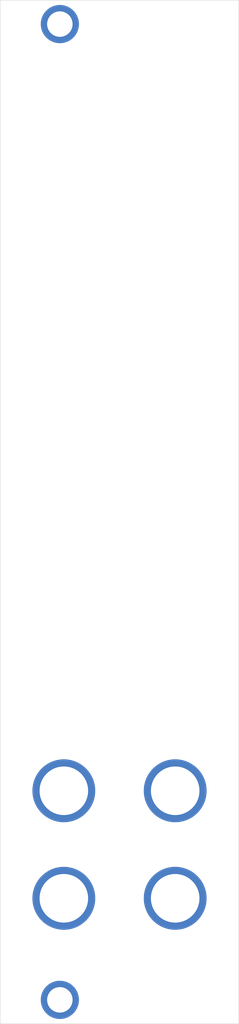
<source format=kicad_pcb>
(kicad_pcb (version 20171130) (host pcbnew "(5.1.10)-1")

  (general
    (thickness 1.6)
    (drawings 4)
    (tracks 0)
    (zones 0)
    (modules 9)
    (nets 1)
  )

  (page A4)
  (layers
    (0 F.Cu signal)
    (31 B.Cu signal)
    (32 B.Adhes user)
    (33 F.Adhes user)
    (34 B.Paste user)
    (35 F.Paste user)
    (36 B.SilkS user)
    (37 F.SilkS user)
    (38 B.Mask user)
    (39 F.Mask user)
    (40 Dwgs.User user)
    (41 Cmts.User user)
    (42 Eco1.User user)
    (43 Eco2.User user)
    (44 Edge.Cuts user)
    (45 Margin user)
    (46 B.CrtYd user)
    (47 F.CrtYd user)
    (48 B.Fab user)
    (49 F.Fab user)
  )

  (setup
    (last_trace_width 0.25)
    (trace_clearance 0.2)
    (zone_clearance 0.508)
    (zone_45_only no)
    (trace_min 0.2)
    (via_size 0.8)
    (via_drill 0.4)
    (via_min_size 0.4)
    (via_min_drill 0.3)
    (uvia_size 0.3)
    (uvia_drill 0.1)
    (uvias_allowed no)
    (uvia_min_size 0.2)
    (uvia_min_drill 0.1)
    (edge_width 0.05)
    (segment_width 0.2)
    (pcb_text_width 0.3)
    (pcb_text_size 1.5 1.5)
    (mod_edge_width 0.12)
    (mod_text_size 1 1)
    (mod_text_width 0.15)
    (pad_size 1.524 1.524)
    (pad_drill 0.762)
    (pad_to_mask_clearance 0)
    (aux_axis_origin 0 0)
    (visible_elements 7FF9FFFF)
    (pcbplotparams
      (layerselection 0x010fc_ffffffff)
      (usegerberextensions false)
      (usegerberattributes true)
      (usegerberadvancedattributes true)
      (creategerberjobfile true)
      (excludeedgelayer true)
      (linewidth 0.150000)
      (plotframeref false)
      (viasonmask false)
      (mode 1)
      (useauxorigin false)
      (hpglpennumber 1)
      (hpglpenspeed 20)
      (hpglpendiameter 15.000000)
      (psnegative false)
      (psa4output false)
      (plotreference true)
      (plotvalue true)
      (plotinvisibletext false)
      (padsonsilk false)
      (subtractmaskfromsilk false)
      (outputformat 1)
      (mirror false)
      (drillshape 1)
      (scaleselection 1)
      (outputdirectory ""))
  )

  (net 0 "")

  (net_class Default "This is the default net class."
    (clearance 0.2)
    (trace_width 0.25)
    (via_dia 0.8)
    (via_drill 0.4)
    (uvia_dia 0.3)
    (uvia_drill 0.1)
  )

  (module user-footprints:led_3mm_new (layer F.Cu) (tedit 5F676974) (tstamp 61253765)
    (at 24 -81.5)
    (fp_text reference LED* (at 0 0) (layer F.SilkS) hide
      (effects (font (size 1 1) (thickness 0.15)))
    )
    (fp_text value Val** (at 0 0) (layer F.SilkS) hide
      (effects (font (size 1 1) (thickness 0.15)))
    )
    (pad "" np_thru_hole circle (at 0 0) (size 3 3) (drill 3) (layers *.Cu *.Mask))
  )

  (module user-footprints:jackhole (layer F.Cu) (tedit 5EA1BA24) (tstamp 612534CE)
    (at 21 -6.5)
    (fp_text reference jackhole* (at 0 -3.429) (layer F.SilkS) hide
      (effects (font (size 1 1) (thickness 0.15)))
    )
    (fp_text value VAL** (at 0 -2.032) (layer F.SilkS) hide
      (effects (font (size 1 1) (thickness 0.15)))
    )
    (pad "" thru_hole circle (at 0 0) (size 7.9 7.9) (drill 6.1) (layers *.Cu *.Mask))
  )

  (module user-footprints:jackhole (layer F.Cu) (tedit 5EA1BA24) (tstamp 612534CA)
    (at 7 -6.5)
    (fp_text reference jackhole* (at 0 -3.429) (layer F.SilkS) hide
      (effects (font (size 1 1) (thickness 0.15)))
    )
    (fp_text value VAL** (at 0 -2.032) (layer F.SilkS) hide
      (effects (font (size 1 1) (thickness 0.15)))
    )
    (pad "" thru_hole circle (at 0 0) (size 7.9 7.9) (drill 6.1) (layers *.Cu *.Mask))
  )

  (module user-footprints:jackhole (layer F.Cu) (tedit 5EA1BA24) (tstamp 612534B4)
    (at 7 -20)
    (fp_text reference jackhole* (at 0 -3.429) (layer F.SilkS) hide
      (effects (font (size 1 1) (thickness 0.15)))
    )
    (fp_text value VAL** (at 0 -2.032) (layer F.SilkS) hide
      (effects (font (size 1 1) (thickness 0.15)))
    )
    (pad "" thru_hole circle (at 0 0) (size 7.9 7.9) (drill 6.1) (layers *.Cu *.Mask))
  )

  (module user-footprints:jackhole (layer F.Cu) (tedit 5EA1BA24) (tstamp 612534AE)
    (at 21 -20)
    (fp_text reference jackhole* (at 0 -3.429) (layer F.SilkS) hide
      (effects (font (size 1 1) (thickness 0.15)))
    )
    (fp_text value VAL** (at 0 -2.032) (layer F.SilkS) hide
      (effects (font (size 1 1) (thickness 0.15)))
    )
    (pad "" thru_hole circle (at 0 0) (size 7.9 7.9) (drill 6.1) (layers *.Cu *.Mask))
  )

  (module user-footprints:pothole_locking_metal_16mm (layer F.Cu) (tedit 5EAAE3D4) (tstamp 61253457)
    (at 14 -57)
    (fp_text reference pothole (at 0.254 0.254) (layer F.SilkS) hide
      (effects (font (size 1 1) (thickness 0.15)))
    )
    (fp_text value VAL** (at 0.127 -1.27) (layer F.SilkS) hide
      (effects (font (size 1 1) (thickness 0.15)))
    )
    (pad "" np_thru_hole oval (at 7.8 0) (size 1.5 3) (drill oval 1.5 3) (layers *.Cu *.Mask))
    (pad "" np_thru_hole circle (at 0 0) (size 7.1 7.1) (drill 7.1) (layers *.Cu *.Mask))
  )

  (module user-footprints:pothole_locking_metal_16mm (layer F.Cu) (tedit 5EAAE3D4) (tstamp 61253450)
    (at 14 -93 180)
    (fp_text reference pothole (at 0.254 0.254) (layer F.SilkS) hide
      (effects (font (size 1 1) (thickness 0.15)))
    )
    (fp_text value VAL** (at 0.127 -1.27) (layer F.SilkS) hide
      (effects (font (size 1 1) (thickness 0.15)))
    )
    (pad "" np_thru_hole circle (at 0 0 180) (size 7.1 7.1) (drill 7.1) (layers *.Cu *.Mask))
    (pad "" np_thru_hole oval (at 7.8 0 180) (size 1.5 3) (drill oval 1.5 3) (layers *.Cu *.Mask))
  )

  (module user-footprints:screwhole locked (layer F.Cu) (tedit 5EA1BA15) (tstamp 61253420)
    (at 6.5 6.25)
    (fp_text reference screwhole* (at 0 0) (layer F.SilkS) hide
      (effects (font (size 1 1) (thickness 0.15)))
    )
    (fp_text value VAL** (at 0 0) (layer F.SilkS) hide
      (effects (font (size 1 1) (thickness 0.15)))
    )
    (pad "" thru_hole circle (at 0 0) (size 4.8 4.8) (drill 3.2) (layers *.Cu *.Mask))
  )

  (module user-footprints:screwhole locked (layer F.Cu) (tedit 5EA1BA15) (tstamp 612533DA)
    (at 6.5 -116.25)
    (fp_text reference screwhole* (at 0 0) (layer F.SilkS) hide
      (effects (font (size 1 1) (thickness 0.15)))
    )
    (fp_text value VAL** (at 0 0) (layer F.SilkS) hide
      (effects (font (size 1 1) (thickness 0.15)))
    )
    (pad "" thru_hole circle (at 0 0) (size 4.8 4.8) (drill 3.2) (layers *.Cu *.Mask))
  )

  (gr_line (start -1 -119.25) (end -1 9.25) (layer Edge.Cuts) (width 0.05) (tstamp 61252DBC))
  (gr_line (start 29 -119.25) (end -1 -119.25) (layer Edge.Cuts) (width 0.05))
  (gr_line (start 29 9.25) (end 29 -119.25) (layer Edge.Cuts) (width 0.05))
  (gr_line (start -1 9.25) (end 29 9.25) (layer Edge.Cuts) (width 0.05))

)

</source>
